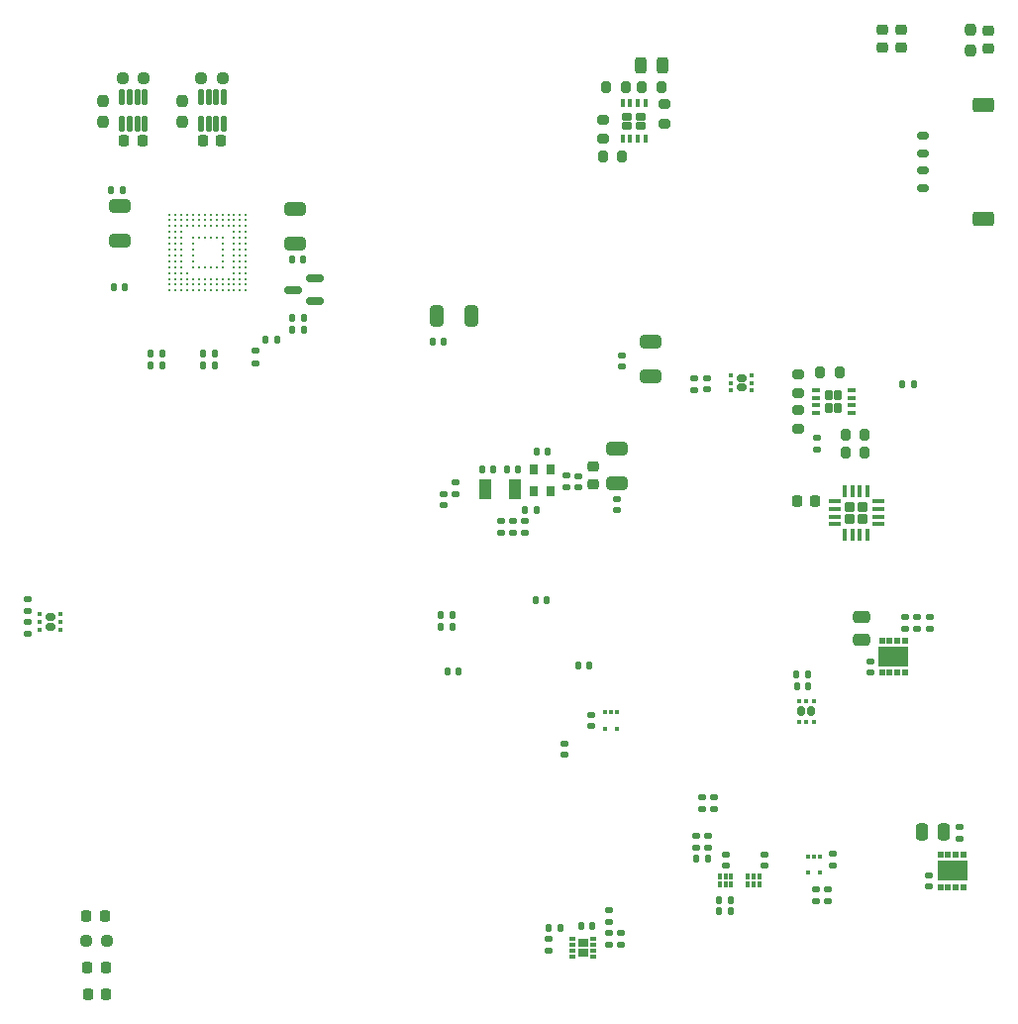
<source format=gbr>
%TF.GenerationSoftware,KiCad,Pcbnew,7.0.5*%
%TF.CreationDate,2024-04-22T16:49:58+03:00*%
%TF.ProjectId,satnogs-comms,7361746e-6f67-4732-9d63-6f6d6d732e6b,rev?*%
%TF.SameCoordinates,PX4eb9cf0PY82ce540*%
%TF.FileFunction,Paste,Bot*%
%TF.FilePolarity,Positive*%
%FSLAX46Y46*%
G04 Gerber Fmt 4.6, Leading zero omitted, Abs format (unit mm)*
G04 Created by KiCad (PCBNEW 7.0.5) date 2024-04-22 16:49:58*
%MOMM*%
%LPD*%
G01*
G04 APERTURE LIST*
G04 Aperture macros list*
%AMRoundRect*
0 Rectangle with rounded corners*
0 $1 Rounding radius*
0 $2 $3 $4 $5 $6 $7 $8 $9 X,Y pos of 4 corners*
0 Add a 4 corners polygon primitive as box body*
4,1,4,$2,$3,$4,$5,$6,$7,$8,$9,$2,$3,0*
0 Add four circle primitives for the rounded corners*
1,1,$1+$1,$2,$3*
1,1,$1+$1,$4,$5*
1,1,$1+$1,$6,$7*
1,1,$1+$1,$8,$9*
0 Add four rect primitives between the rounded corners*
20,1,$1+$1,$2,$3,$4,$5,0*
20,1,$1+$1,$4,$5,$6,$7,0*
20,1,$1+$1,$6,$7,$8,$9,0*
20,1,$1+$1,$8,$9,$2,$3,0*%
G04 Aperture macros list end*
%ADD10RoundRect,0.135000X0.185000X-0.135000X0.185000X0.135000X-0.185000X0.135000X-0.185000X-0.135000X0*%
%ADD11RoundRect,0.135000X-0.135000X-0.185000X0.135000X-0.185000X0.135000X0.185000X-0.135000X0.185000X0*%
%ADD12RoundRect,0.212500X-0.212500X-0.212500X0.212500X-0.212500X0.212500X0.212500X-0.212500X0.212500X0*%
%ADD13RoundRect,0.087500X-0.425000X-0.087500X0.425000X-0.087500X0.425000X0.087500X-0.425000X0.087500X0*%
%ADD14RoundRect,0.087500X-0.087500X-0.425000X0.087500X-0.425000X0.087500X0.425000X-0.087500X0.425000X0*%
%ADD15RoundRect,0.225000X-0.225000X-0.250000X0.225000X-0.250000X0.225000X0.250000X-0.225000X0.250000X0*%
%ADD16RoundRect,0.237500X0.250000X0.237500X-0.250000X0.237500X-0.250000X-0.237500X0.250000X-0.237500X0*%
%ADD17RoundRect,0.237500X0.237500X-0.250000X0.237500X0.250000X-0.237500X0.250000X-0.237500X-0.250000X0*%
%ADD18C,0.240000*%
%ADD19RoundRect,0.200000X-0.200000X-0.275000X0.200000X-0.275000X0.200000X0.275000X-0.200000X0.275000X0*%
%ADD20RoundRect,0.200000X0.275000X-0.200000X0.275000X0.200000X-0.275000X0.200000X-0.275000X-0.200000X0*%
%ADD21RoundRect,0.200000X0.200000X0.275000X-0.200000X0.275000X-0.200000X-0.275000X0.200000X-0.275000X0*%
%ADD22RoundRect,0.150000X-0.315000X0.150000X-0.315000X-0.150000X0.315000X-0.150000X0.315000X0.150000X0*%
%ADD23RoundRect,0.075000X-0.075000X0.275000X-0.075000X-0.275000X0.075000X-0.275000X0.075000X0.275000X0*%
%ADD24RoundRect,0.140000X0.140000X0.170000X-0.140000X0.170000X-0.140000X-0.170000X0.140000X-0.170000X0*%
%ADD25RoundRect,0.140000X-0.140000X-0.170000X0.140000X-0.170000X0.140000X0.170000X-0.140000X0.170000X0*%
%ADD26RoundRect,0.250000X-0.650000X0.325000X-0.650000X-0.325000X0.650000X-0.325000X0.650000X0.325000X0*%
%ADD27RoundRect,0.140000X-0.170000X0.140000X-0.170000X-0.140000X0.170000X-0.140000X0.170000X0.140000X0*%
%ADD28RoundRect,0.140000X0.170000X-0.140000X0.170000X0.140000X-0.170000X0.140000X-0.170000X-0.140000X0*%
%ADD29RoundRect,0.250000X-0.325000X-0.650000X0.325000X-0.650000X0.325000X0.650000X-0.325000X0.650000X0*%
%ADD30RoundRect,0.218750X-0.256250X0.218750X-0.256250X-0.218750X0.256250X-0.218750X0.256250X0.218750X0*%
%ADD31R,1.000000X1.800000*%
%ADD32RoundRect,0.135000X-0.185000X0.135000X-0.185000X-0.135000X0.185000X-0.135000X0.185000X0.135000X0*%
%ADD33RoundRect,0.250000X0.650000X-0.325000X0.650000X0.325000X-0.650000X0.325000X-0.650000X-0.325000X0*%
%ADD34RoundRect,0.243750X0.243750X0.456250X-0.243750X0.456250X-0.243750X-0.456250X0.243750X-0.456250X0*%
%ADD35RoundRect,0.160000X0.245000X0.160000X-0.245000X0.160000X-0.245000X-0.160000X0.245000X-0.160000X0*%
%ADD36RoundRect,0.093750X0.093750X0.106250X-0.093750X0.106250X-0.093750X-0.106250X0.093750X-0.106250X0*%
%ADD37RoundRect,0.160000X0.160000X-0.245000X0.160000X0.245000X-0.160000X0.245000X-0.160000X-0.245000X0*%
%ADD38RoundRect,0.093750X0.106250X-0.093750X0.106250X0.093750X-0.106250X0.093750X-0.106250X-0.093750X0*%
%ADD39R,0.470000X0.560000*%
%ADD40R,2.520000X1.700000*%
%ADD41R,0.300000X0.450000*%
%ADD42RoundRect,0.135000X0.135000X0.185000X-0.135000X0.185000X-0.135000X-0.185000X0.135000X-0.185000X0*%
%ADD43RoundRect,0.250000X-0.475000X0.250000X-0.475000X-0.250000X0.475000X-0.250000X0.475000X0.250000X0*%
%ADD44RoundRect,0.200000X-0.275000X0.200000X-0.275000X-0.200000X0.275000X-0.200000X0.275000X0.200000X0*%
%ADD45RoundRect,0.150000X-0.150000X-0.315000X0.150000X-0.315000X0.150000X0.315000X-0.150000X0.315000X0*%
%ADD46RoundRect,0.075000X-0.275000X-0.075000X0.275000X-0.075000X0.275000X0.075000X-0.275000X0.075000X0*%
%ADD47R,0.300000X0.520000*%
%ADD48R,0.300000X0.490000*%
%ADD49R,0.850000X0.650000*%
%ADD50R,0.500000X0.300000*%
%ADD51RoundRect,0.250000X-0.250000X-0.475000X0.250000X-0.475000X0.250000X0.475000X-0.250000X0.475000X0*%
%ADD52RoundRect,0.150000X0.587500X0.150000X-0.587500X0.150000X-0.587500X-0.150000X0.587500X-0.150000X0*%
%ADD53RoundRect,0.150000X-0.350000X0.150000X-0.350000X-0.150000X0.350000X-0.150000X0.350000X0.150000X0*%
%ADD54RoundRect,0.250000X-0.650000X0.375000X-0.650000X-0.375000X0.650000X-0.375000X0.650000X0.375000X0*%
%ADD55RoundRect,0.125000X0.125000X-0.537500X0.125000X0.537500X-0.125000X0.537500X-0.125000X-0.537500X0*%
%ADD56RoundRect,0.237500X-0.237500X0.250000X-0.237500X-0.250000X0.237500X-0.250000X0.237500X0.250000X0*%
%ADD57RoundRect,0.237500X-0.250000X-0.237500X0.250000X-0.237500X0.250000X0.237500X-0.250000X0.237500X0*%
%ADD58RoundRect,0.225000X-0.250000X0.225000X-0.250000X-0.225000X0.250000X-0.225000X0.250000X0.225000X0*%
%ADD59R,0.800000X0.900000*%
G04 APERTURE END LIST*
D10*
%TO.C,R406*%
X43865800Y43584400D03*
X43865800Y44604400D03*
%TD*%
D11*
%TO.C,R407*%
X49765000Y42235000D03*
X50785000Y42235000D03*
%TD*%
D12*
%TO.C,U509*%
X77604500Y42504500D03*
X77604500Y41454500D03*
X78654500Y42504500D03*
X78654500Y41454500D03*
D13*
X76267000Y41004500D03*
X76267000Y41654500D03*
X76267000Y42304500D03*
X76267000Y42954500D03*
D14*
X77154500Y43842000D03*
X77804500Y43842000D03*
X78454500Y43842000D03*
X79104500Y43842000D03*
D13*
X79992000Y42954500D03*
X79992000Y42304500D03*
X79992000Y41654500D03*
X79992000Y41004500D03*
D14*
X79104500Y40117000D03*
X78454500Y40117000D03*
X77804500Y40117000D03*
X77154500Y40117000D03*
%TD*%
D15*
%TO.C,C201*%
X15527000Y73772600D03*
X17077000Y73772600D03*
%TD*%
D16*
%TO.C,R203*%
X23971000Y79172600D03*
X22146000Y79172600D03*
%TD*%
D17*
%TO.C,R201*%
X20508500Y75414500D03*
X20508500Y77239500D03*
%TD*%
D16*
%TO.C,R204*%
X17214500Y79172600D03*
X15389500Y79172600D03*
%TD*%
D17*
%TO.C,R202*%
X13752000Y75410100D03*
X13752000Y77235100D03*
%TD*%
D15*
%TO.C,C202*%
X22283500Y73772600D03*
X23833500Y73772600D03*
%TD*%
D18*
%TO.C,U401*%
X19438000Y60996400D03*
X19938000Y60996400D03*
X20438000Y60996400D03*
X20938000Y60996400D03*
X21438000Y60996400D03*
X21938000Y60996400D03*
X22438000Y60996400D03*
X22938000Y60996400D03*
X23438000Y60996400D03*
X23938000Y60996400D03*
X24438000Y60996400D03*
X24938000Y60996400D03*
X25438000Y60996400D03*
X25938000Y60996400D03*
X19438000Y61496400D03*
X19938000Y61496400D03*
X20438000Y61496400D03*
X20938000Y61496400D03*
X21438000Y61496400D03*
X21938000Y61496400D03*
X22438000Y61496400D03*
X22938000Y61496400D03*
X23438000Y61496400D03*
X23938000Y61496400D03*
X24438000Y61496400D03*
X24938000Y61496400D03*
X25438000Y61496400D03*
X25938000Y61496400D03*
X19438000Y61996400D03*
X19938000Y61996400D03*
X20438000Y61996400D03*
X20938000Y61996400D03*
X21438000Y61996400D03*
X21938000Y61996400D03*
X22438000Y61996400D03*
X22938000Y61996400D03*
X23438000Y61996400D03*
X23938000Y61996400D03*
X24438000Y61996400D03*
X24938000Y61996400D03*
X25438000Y61996400D03*
X25938000Y61996400D03*
X19438000Y62496400D03*
X19938000Y62496400D03*
X20438000Y62496400D03*
X20938000Y62496400D03*
X24938000Y62496400D03*
X25438000Y62496400D03*
X25938000Y62496400D03*
X19438000Y62996400D03*
X19938000Y62996400D03*
X20438000Y62996400D03*
X21438000Y62996400D03*
X21938000Y62996400D03*
X22438000Y62996400D03*
X22938000Y62996400D03*
X23438000Y62996400D03*
X23938000Y62996400D03*
X24938000Y62996400D03*
X25438000Y62996400D03*
X25938000Y62996400D03*
X19438000Y63496400D03*
X19938000Y63496400D03*
X20438000Y63496400D03*
X21438000Y63496400D03*
X23938000Y63496400D03*
X24938000Y63496400D03*
X25438000Y63496400D03*
X25938000Y63496400D03*
X19438000Y63996400D03*
X19938000Y63996400D03*
X20438000Y63996400D03*
X21438000Y63996400D03*
X23938000Y63996400D03*
X24938000Y63996400D03*
X25438000Y63996400D03*
X25938000Y63996400D03*
X19438000Y64496400D03*
X19938000Y64496400D03*
X20438000Y64496400D03*
X21438000Y64496400D03*
X23938000Y64496400D03*
X24938000Y64496400D03*
X25438000Y64496400D03*
X25938000Y64496400D03*
X19438000Y64996400D03*
X19938000Y64996400D03*
X20438000Y64996400D03*
X21438000Y64996400D03*
X23938000Y64996400D03*
X24938000Y64996400D03*
X25438000Y64996400D03*
X25938000Y64996400D03*
X19438000Y65496400D03*
X19938000Y65496400D03*
X20438000Y65496400D03*
X21438000Y65496400D03*
X21938000Y65496400D03*
X22438000Y65496400D03*
X22938000Y65496400D03*
X23438000Y65496400D03*
X23938000Y65496400D03*
X24938000Y65496400D03*
X25438000Y65496400D03*
X25938000Y65496400D03*
X19438000Y65996400D03*
X19938000Y65996400D03*
X20438000Y65996400D03*
X24938000Y65996400D03*
X25438000Y65996400D03*
X25938000Y65996400D03*
X19438000Y66496400D03*
X19938000Y66496400D03*
X20438000Y66496400D03*
X20938000Y66496400D03*
X21438000Y66496400D03*
X21938000Y66496400D03*
X22438000Y66496400D03*
X22938000Y66496400D03*
X23438000Y66496400D03*
X23938000Y66496400D03*
X24438000Y66496400D03*
X24938000Y66496400D03*
X25438000Y66496400D03*
X25938000Y66496400D03*
X19438000Y66996400D03*
X19938000Y66996400D03*
X20438000Y66996400D03*
X20938000Y66996400D03*
X21438000Y66996400D03*
X21938000Y66996400D03*
X22438000Y66996400D03*
X22938000Y66996400D03*
X23438000Y66996400D03*
X23938000Y66996400D03*
X24438000Y66996400D03*
X24938000Y66996400D03*
X25438000Y66996400D03*
X25938000Y66996400D03*
X19438000Y67496400D03*
X19938000Y67496400D03*
X20438000Y67496400D03*
X20938000Y67496400D03*
X21438000Y67496400D03*
X21938000Y67496400D03*
X22438000Y67496400D03*
X22938000Y67496400D03*
X23438000Y67496400D03*
X23938000Y67496400D03*
X24438000Y67496400D03*
X24938000Y67496400D03*
X25438000Y67496400D03*
X25938000Y67496400D03*
%TD*%
D19*
%TO.C,R508*%
X56772700Y78414900D03*
X58422700Y78414900D03*
%TD*%
D20*
%TO.C,R501*%
X56489600Y73978000D03*
X56489600Y75628000D03*
%TD*%
D21*
%TO.C,R502*%
X58102000Y72491600D03*
X56452000Y72491600D03*
%TD*%
%TO.C,R507*%
X61470700Y78414900D03*
X59820700Y78414900D03*
%TD*%
D22*
%TO.C,U501*%
X59688700Y75869900D03*
X58538700Y75869900D03*
X59688700Y75119900D03*
X58538700Y75119900D03*
D23*
X58138700Y76994900D03*
X58788700Y76994900D03*
X59438700Y76994900D03*
X60088700Y76994900D03*
X60088700Y73994900D03*
X59438700Y73994900D03*
X58788700Y73994900D03*
X58138700Y73994900D03*
%TD*%
D20*
%TO.C,R515*%
X61722000Y75273400D03*
X61722000Y76923400D03*
%TD*%
D24*
%TO.C,C402*%
X15613600Y61301200D03*
X14653600Y61301200D03*
%TD*%
D25*
%TO.C,C403*%
X29893600Y63638000D03*
X30853600Y63638000D03*
%TD*%
D26*
%TO.C,C404*%
X15133600Y68211800D03*
X15133600Y65261800D03*
%TD*%
D27*
%TO.C,C408*%
X58089800Y55471000D03*
X58089800Y54511000D03*
%TD*%
D25*
%TO.C,C406*%
X14425000Y69607000D03*
X15385000Y69607000D03*
%TD*%
D26*
%TO.C,C407*%
X30145000Y67959600D03*
X30145000Y65009600D03*
%TD*%
D27*
%TO.C,C409*%
X57658000Y43152000D03*
X57658000Y42192000D03*
%TD*%
D28*
%TO.C,C410*%
X42875200Y42651600D03*
X42875200Y43611600D03*
%TD*%
D24*
%TO.C,C412*%
X42880000Y56635000D03*
X41920000Y56635000D03*
%TD*%
D26*
%TO.C,C419*%
X60528200Y56593000D03*
X60528200Y53643000D03*
%TD*%
D29*
%TO.C,C420*%
X42300000Y58810000D03*
X45250000Y58810000D03*
%TD*%
D30*
%TO.C,FB401*%
X55659400Y45982100D03*
X55659400Y44407100D03*
%TD*%
D10*
%TO.C,R403*%
X26725000Y54800000D03*
X26725000Y55820000D03*
%TD*%
D31*
%TO.C,Y401*%
X46425800Y44002000D03*
X48925800Y44002000D03*
%TD*%
D25*
%TO.C,C418*%
X50820000Y47185000D03*
X51780000Y47185000D03*
%TD*%
D24*
%TO.C,C422*%
X49222600Y45702000D03*
X48262600Y45702000D03*
%TD*%
D32*
%TO.C,R405*%
X53390800Y45163200D03*
X53390800Y44143200D03*
%TD*%
D33*
%TO.C,C405*%
X57658000Y44549800D03*
X57658000Y47499800D03*
%TD*%
D27*
%TO.C,C411*%
X47726600Y41272400D03*
X47726600Y40312400D03*
%TD*%
D24*
%TO.C,C421*%
X47089000Y45702000D03*
X46129000Y45702000D03*
%TD*%
D27*
%TO.C,C413*%
X49758600Y41272400D03*
X49758600Y40312400D03*
%TD*%
%TO.C,C415*%
X48742600Y41272400D03*
X48742600Y40312400D03*
%TD*%
D15*
%TO.C,C531*%
X73088200Y42951400D03*
X74638200Y42951400D03*
%TD*%
D34*
%TO.C,D501*%
X61600600Y80270100D03*
X59725600Y80270100D03*
%TD*%
D24*
%TO.C,C1035*%
X55559900Y6629400D03*
X54599900Y6629400D03*
%TD*%
D11*
%TO.C,R1023*%
X51852100Y6540500D03*
X52872100Y6540500D03*
%TD*%
D32*
%TO.C,R1025*%
X51854100Y5577300D03*
X51854100Y4557300D03*
%TD*%
D10*
%TO.C,R1028*%
X74701400Y8814200D03*
X74701400Y9834200D03*
%TD*%
%TO.C,R1029*%
X75692000Y8814200D03*
X75692000Y9834200D03*
%TD*%
D32*
%TO.C,R703*%
X7315200Y34609500D03*
X7315200Y33589500D03*
%TD*%
D28*
%TO.C,C703*%
X7315200Y31689100D03*
X7315200Y32649100D03*
%TD*%
D35*
%TO.C,U703*%
X9237800Y32262600D03*
X9237800Y33062600D03*
D36*
X10125300Y33312600D03*
X10125300Y32662600D03*
X10125300Y32012600D03*
X8350300Y32012600D03*
X8350300Y32662600D03*
X8350300Y33312600D03*
%TD*%
D28*
%TO.C,C1011*%
X64452500Y13388400D03*
X64452500Y14348400D03*
%TD*%
D10*
%TO.C,R1010*%
X65963800Y16660400D03*
X65963800Y17680400D03*
%TD*%
D25*
%TO.C,C1010*%
X64480500Y12395200D03*
X65440500Y12395200D03*
%TD*%
D32*
%TO.C,R1006*%
X65468500Y14378400D03*
X65468500Y13358400D03*
%TD*%
D10*
%TO.C,R1012*%
X64947800Y16660400D03*
X64947800Y17680400D03*
%TD*%
D37*
%TO.C,U701*%
X73458700Y25007300D03*
X74258700Y25007300D03*
D38*
X74508700Y24119800D03*
X73858700Y24119800D03*
X73208700Y24119800D03*
X73208700Y25894800D03*
X73858700Y25894800D03*
X74508700Y25894800D03*
%TD*%
D25*
%TO.C,C701*%
X73053000Y27178000D03*
X74013000Y27178000D03*
%TD*%
D11*
%TO.C,R701*%
X73023000Y28168600D03*
X74043000Y28168600D03*
%TD*%
D39*
%TO.C,U1017*%
X85337200Y12747600D03*
X85987200Y12747600D03*
X86637200Y12747600D03*
X87287200Y12747600D03*
X87287200Y10007600D03*
X86637200Y10007600D03*
X85987200Y10007600D03*
X85337200Y10007600D03*
D40*
X86337600Y11377600D03*
%TD*%
D28*
%TO.C,C1054*%
X84350000Y10030000D03*
X84350000Y10990000D03*
%TD*%
D10*
%TO.C,R1032*%
X86944200Y14154620D03*
X86944200Y15174620D03*
%TD*%
D41*
%TO.C,U603*%
X56675400Y24931600D03*
X57175400Y24931600D03*
X57675400Y24931600D03*
X57675400Y23531600D03*
X56675400Y23531600D03*
%TD*%
D24*
%TO.C,C606*%
X55318600Y28956000D03*
X54358600Y28956000D03*
%TD*%
%TO.C,C604*%
X51661000Y34544000D03*
X50701000Y34544000D03*
%TD*%
D25*
%TO.C,C611*%
X42623800Y33248600D03*
X43583800Y33248600D03*
%TD*%
%TO.C,C605*%
X42623800Y32258000D03*
X43583800Y32258000D03*
%TD*%
%TO.C,C608*%
X43180200Y28448000D03*
X44140200Y28448000D03*
%TD*%
D42*
%TO.C,R1016*%
X67439000Y8890000D03*
X66419000Y8890000D03*
%TD*%
D11*
%TO.C,R1015*%
X66419000Y7899400D03*
X67439000Y7899400D03*
%TD*%
D28*
%TO.C,C1053*%
X79350000Y28338700D03*
X79350000Y29298700D03*
%TD*%
D10*
%TO.C,R1033*%
X82296000Y32052800D03*
X82296000Y33072800D03*
%TD*%
D43*
%TO.C,C1050*%
X78613000Y33081000D03*
X78613000Y31181000D03*
%TD*%
D39*
%TO.C,U1016*%
X80330600Y31080100D03*
X80980600Y31080100D03*
X81630600Y31080100D03*
X82280600Y31080100D03*
X82280600Y28340100D03*
X81630600Y28340100D03*
X80980600Y28340100D03*
X80330600Y28340100D03*
D40*
X81331000Y29710100D03*
%TD*%
D10*
%TO.C,R1030*%
X83350100Y32052800D03*
X83350100Y33072800D03*
%TD*%
%TO.C,R1031*%
X84416900Y32052800D03*
X84416900Y33072800D03*
%TD*%
D28*
%TO.C,C619*%
X53220000Y21320000D03*
X53220000Y22280000D03*
%TD*%
D27*
%TO.C,C616*%
X55499000Y24739400D03*
X55499000Y23779400D03*
%TD*%
D32*
%TO.C,R1022*%
X57023000Y6072600D03*
X57023000Y5052600D03*
%TD*%
%TO.C,R1024*%
X57023000Y8003000D03*
X57023000Y6983000D03*
%TD*%
D10*
%TO.C,R1021*%
X58013600Y5052600D03*
X58013600Y6072600D03*
%TD*%
D35*
%TO.C,U702*%
X68300000Y52700000D03*
X68300000Y53500000D03*
D36*
X69187500Y53750000D03*
X69187500Y53100000D03*
X69187500Y52450000D03*
X67412500Y52450000D03*
X67412500Y53100000D03*
X67412500Y53750000D03*
%TD*%
D28*
%TO.C,C702*%
X65350000Y52520000D03*
X65350000Y53480000D03*
%TD*%
D10*
%TO.C,R702*%
X64300000Y52490000D03*
X64300000Y53510000D03*
%TD*%
D20*
%TO.C,R513*%
X73152000Y49149500D03*
X73152000Y50799500D03*
%TD*%
D21*
%TO.C,R503*%
X78866500Y48641000D03*
X77216500Y48641000D03*
%TD*%
D19*
%TO.C,R504*%
X77216500Y47117000D03*
X78866500Y47117000D03*
%TD*%
D44*
%TO.C,R510*%
X73152000Y53847500D03*
X73152000Y52197500D03*
%TD*%
D45*
%TO.C,U502*%
X75825000Y52073500D03*
X75825000Y50923500D03*
X76575000Y52073500D03*
X76575000Y50923500D03*
D46*
X74700000Y50523500D03*
X74700000Y51173500D03*
X74700000Y51823500D03*
X74700000Y52473500D03*
X77700000Y52473500D03*
X77700000Y51823500D03*
X77700000Y51173500D03*
X77700000Y50523500D03*
%TD*%
D21*
%TO.C,R516*%
X76715000Y54016500D03*
X75065000Y54016500D03*
%TD*%
D32*
%TO.C,R509*%
X74752200Y48389000D03*
X74752200Y47369000D03*
%TD*%
D28*
%TO.C,C1034*%
X66941700Y11839000D03*
X66941700Y12799000D03*
%TD*%
%TO.C,C1048*%
X76133200Y11861800D03*
X76133200Y12821800D03*
%TD*%
D47*
%TO.C,U1003*%
X69854700Y10186200D03*
X69354700Y10186200D03*
X68854700Y10186200D03*
D48*
X68854700Y10936200D03*
X69354700Y10936200D03*
X69854700Y10936200D03*
%TD*%
D49*
%TO.C,U1009*%
X54775100Y4363100D03*
X54775100Y5238100D03*
D50*
X55675100Y5550600D03*
X55675100Y5050600D03*
X55675100Y4550600D03*
X55675100Y4050600D03*
X53875100Y4050600D03*
X53875100Y4550600D03*
X53875100Y5050600D03*
X53875100Y5550600D03*
%TD*%
D41*
%TO.C,U1014*%
X73990200Y12626800D03*
X74490200Y12626800D03*
X74990200Y12626800D03*
X74990200Y11226800D03*
X73990200Y11226800D03*
%TD*%
D47*
%TO.C,U1004*%
X67441700Y10186200D03*
X66941700Y10186200D03*
X66441700Y10186200D03*
D48*
X66441700Y10936200D03*
X66941700Y10936200D03*
X67441700Y10936200D03*
%TD*%
D28*
%TO.C,C1029*%
X70256400Y11839000D03*
X70256400Y12799000D03*
%TD*%
D51*
%TO.C,C1051*%
X83733600Y14690020D03*
X85633600Y14690020D03*
%TD*%
D52*
%TO.C,Q401*%
X31828500Y62012400D03*
X31828500Y60112400D03*
X29953500Y61062400D03*
%TD*%
D11*
%TO.C,R401*%
X29891000Y57669000D03*
X30911000Y57669000D03*
%TD*%
D42*
%TO.C,R402*%
X30911000Y58685000D03*
X29891000Y58685000D03*
%TD*%
%TO.C,R8*%
X23335000Y55585000D03*
X22315000Y55585000D03*
%TD*%
D53*
%TO.C,J1*%
X83800000Y74235000D03*
X83800000Y72735000D03*
X83800000Y71235000D03*
X83800000Y69735000D03*
D54*
X88990000Y76840000D03*
X88990000Y67130000D03*
%TD*%
D55*
%TO.C,U5*%
X24050000Y75262500D03*
X23400000Y75262500D03*
X22750000Y75262500D03*
X22100000Y75262500D03*
X22100000Y77537500D03*
X22750000Y77537500D03*
X23400000Y77537500D03*
X24050000Y77537500D03*
%TD*%
%TO.C,U4*%
X17300000Y75287500D03*
X16650000Y75287500D03*
X16000000Y75287500D03*
X15350000Y75287500D03*
X15350000Y77562500D03*
X16000000Y77562500D03*
X16650000Y77562500D03*
X17300000Y77562500D03*
%TD*%
D56*
%TO.C,R15*%
X87925000Y83312500D03*
X87925000Y81487500D03*
%TD*%
D57*
%TO.C,R16*%
X12262500Y5375000D03*
X14087500Y5375000D03*
%TD*%
D11*
%TO.C,R1*%
X82090000Y53000000D03*
X83110000Y53000000D03*
%TD*%
%TO.C,R9*%
X17790000Y55585000D03*
X18810000Y55585000D03*
%TD*%
%TO.C,R4*%
X17790000Y54560000D03*
X18810000Y54560000D03*
%TD*%
D15*
%TO.C,C19*%
X12400000Y3125000D03*
X13950000Y3125000D03*
%TD*%
D42*
%TO.C,R6*%
X23335000Y54560000D03*
X22315000Y54560000D03*
%TD*%
D58*
%TO.C,C18*%
X80375000Y83300000D03*
X80375000Y81750000D03*
%TD*%
D15*
%TO.C,C17*%
X12325000Y7525000D03*
X13875000Y7525000D03*
%TD*%
D28*
%TO.C,C2*%
X54400000Y44145000D03*
X54400000Y45105000D03*
%TD*%
D11*
%TO.C,R11*%
X27640000Y56785000D03*
X28660000Y56785000D03*
%TD*%
D59*
%TO.C,U404*%
X52025000Y45710000D03*
X52025000Y43860000D03*
X50575000Y43860000D03*
X50575000Y45710000D03*
%TD*%
D58*
%TO.C,C6*%
X89400000Y83200000D03*
X89400000Y81650000D03*
%TD*%
D15*
%TO.C,C21*%
X12425000Y850000D03*
X13975000Y850000D03*
%TD*%
D58*
%TO.C,C20*%
X82000000Y83300000D03*
X82000000Y81750000D03*
%TD*%
M02*

</source>
